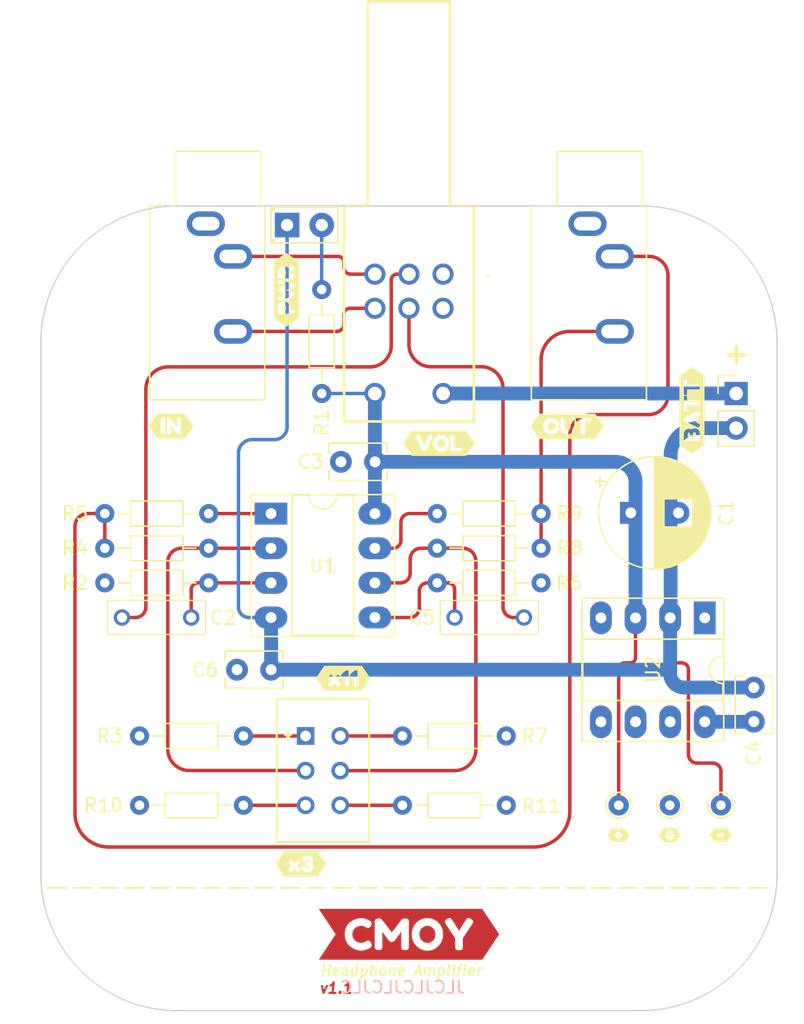
<source format=kicad_pcb>
(kicad_pcb (version 20240108) (generator "pcbnew") (generator_version "8.0")
  (layers (0 "F.Cu" signal) (1 "In1.Cu" signal) (2 "In2.Cu" signal) (31 "B.Cu" signal) (34 "B.Paste" user) (35 "F.Paste" user) (36 "B.SilkS" user "B.Silkscreen") (37 "F.SilkS" user "F.Silkscreen") (38 "B.Mask" user) (39 "F.Mask" user) (44 "Edge.Cuts" user))
  (net 0 "")
  (net 1 "+VSW")
  (net 2 "-VSW")
  (net 3 "Net-(U1A-+)")
  (net 4 "Net-(C2-Pad1)")
  (net 5 "Net-(U1B-+)")
  (net 6 "Net-(U2-NOISE_REDUCTION)")
  (net 7 "GND")
  (net 8 "/In_R")
  (net 9 "/In_L")
  (net 10 "/Out_R")
  (net 11 "/Out_L")
  (net 12 "Net-(C5-Pad1)")
  (net 13 "Net-(SW1A-C)")
  (net 18 "Net-(BT1-+)")
  (net 19 "Net-(D1-A)")
  (net 20 "Net-(R5-Pad1)")
  (net 21 "Net-(SW1B-C)")
  (net 22 "Net-(R9-Pad1)")
  (net 23 "Net-(SW1A-A)")
  (net 24 "Net-(SW1B-A)")
  (net 25 "Net-(SW1A-B)")
  (net 26 "Net-(SW1B-B)")
  (footprint "Resistor_THT:R_Axial_DIN0204_L3.6mm_D1.6mm_P7.62mm_Horizontal" (layer "F.Cu") (at 154.072 99.635)
    (property "Reference" "R6" (at 9.68 0.015 0) (layer "F.SilkS"))
    (property "Value" "100K")
    (pad "1" thru_hole circle (at 0 0) (size 1.4 1.4) (drill 0.7) (layers "*.Cu" "*.Mask") (net 5 "Net-(U1B-+)"))
    (pad "2" thru_hole oval (at 7.62 0) (size 1.4 1.4) (drill 0.7) (layers "*.Cu" "*.Mask") (net 7 "GND"))
  )
  (footprint "kibuzzard-6510B696" (layer "F.Cu") (at 134.55 88.15)
    (property "Reference" "kibuzzard-6510B696" (hide yes))
    (property "Value" "G***" (hide yes))
  )
  (footprint "Connector_Audio:Jack_3.5mm_CUI_SJ1-3533NG_Horizontal" (layer "F.Cu") (at 137.1 73.3)
    (property "Reference" "J2" (hide yes))
    (property "Value" "SJ1-3533")
    (pad "R" thru_hole oval (at 2 7.9) (size 2.8 1.8) (drill oval 2 1) (layers "*.Cu" "*.Mask") (net 8 "/In_R"))
    (pad "S" thru_hole oval (at 0 0) (size 2.8 1.8) (drill oval 2 1) (layers "*.Cu" "*.Mask") (net 7 "GND"))
    (pad "T" thru_hole oval (at 2 2.4) (size 2.8 1.8) (drill oval 2 1) (layers "*.Cu" "*.Mask") (net 9 "/In_L"))
  )
  (footprint "Resistor_THT:R_Axial_DIN0204_L3.6mm_D1.6mm_P7.62mm_Horizontal" (layer "F.Cu") (at 137.308 94.555 180)
    (property "Reference" "R5" (at 9.8 0 0) (layer "F.SilkS"))
    (property "Value" "47R")
    (pad "1" thru_hole circle (at 0 0 180) (size 1.4 1.4) (drill 0.7) (layers "*.Cu" "*.Mask") (net 20 "Net-(R5-Pad1)"))
    (pad "2" thru_hole oval (at 7.62 0 180) (size 1.4 1.4) (drill 0.7) (layers "*.Cu" "*.Mask") (net 11 "/Out_L"))
  )
  (footprint "kibuzzard-6524C2C1" (layer "F.Cu") (at 152 125.4)
    (property "Reference" "kibuzzard-6524C2C1" (hide yes))
    (property "Value" "G***" (hide yes))
    (fp_poly (pts (xy 0.765175 0.003175) (xy 0.78546 0.17974) (xy 0.846314 0.332669) (xy 0.947738 0.461962) (xy 1.141016 0.594122) (xy 1.355725 0.638175) (xy 1.570038 0.595313) (xy 1.762125 0.466725) (xy 1.862667 0.339372) (xy 1.922992 0.185914) (xy 1.9431 0.00635) (xy 1.922815 -0.173567) (xy 1.861961 -0.328083) (xy 1.760538 -0.4572) (xy 1.567259 -0.588169) (xy 1.35255 -0.631825) (xy 1.138238 -0.587772) (xy 0.94615 -0.455612) (xy 0.845608 -0.326319) (xy 0.785283 -0.17339) (xy 0.765175 0.003175)) (fill solid) (layer "F.Cu"))
    (fp_poly (pts (xy -4.714875 -1.861608) (xy -5.376333 -1.861608) (xy -6.617406 -1.861608) (xy -5.376333 0) (xy -6.617406 1.861608) (xy -5.376333 1.861608) (xy -4.714875 1.861608) (xy -3.500437 1.861608) (xy -3.500437 1.1938) (xy -3.652044 1.183878) (xy -3.805237 1.154113) (xy -3.961606 1.100931) (xy -4.122737 1.020763) (xy -4.277916 0.916781) (xy -4.416425 0.792163) (xy -4.535091 0.638175) (xy -4.630737 0.446088) (xy -4.693841 0.225822) (xy -4.714875 -0.0127) (xy -4.694237 -0.248841) (xy -4.632325 -0.461962) (xy -4.538266 -0.646113) (xy -4.421187 -0.795338) (xy -4.283472 -0.916384) (xy -4.1275 -1.016) (xy -3.919714 -1.11125) (xy -3.711222 -1.1684) (xy -3.502025 -1.18745) (xy -3.351609 -1.175941) (xy -3.198812 -1.141412) (xy -2.96545 -1.04775) (xy -2.88925 -1.0033) (xy -2.80035 -0.94615) (xy -2.7178 -0.795338) (xy -2.784475 -0.619125) (xy -2.90195 -0.490538) (xy -3.006725 -0.447675) (xy -3.16865 -0.517525) (xy -3.324225 -0.598487) (xy -3.52425 -0.625475) (xy -3.729037 -0.589756) (xy -3.93065 -0.4826) (xy -4.0894 -0.28575) (xy -4.137025 -0.150416) (xy -4.1529 0.001588) (xy -4.137025 0.153591) (xy -4.0894 0.288925) (xy -3.927475 0.48895) (xy -3.729831 0.593725) (xy -3.52425 0.62865) (xy -3.338513 0.60325) (xy -3.2131 0.55245) (xy -3.15595 0.511175) (xy -3.00355 0.447675) (xy -2.901156 0.492125) (xy -2.790825 0.625475) (xy -2.720975 0.803275) (xy -2.763837 0.9144) (xy -2.86385 0.993775) (xy -2.973387 1.06045) (xy -3.1877 1.143) (xy -3.346847 1.1811) (xy -3.500437 1.1938) (xy -3.500437 1.861608) (xy -0.276225 1.861608) (xy -0.276225 1.158875) (xy -0.422275 1.143) (xy -0.504825 1.1049) (xy -0.549275 1.0414) (xy -0.56515 0.8763) (xy -0.56515 -0.187325) (xy -0.662781 -0.059928) (xy -0.796925 0.125413) (xy -0.921544 0.299641) (xy -0.9906 0.3937) (xy -1.04775 0.468313) (xy -1.125537 0.525463) (xy -1.258887 0.561975) (xy -1.389062 0.528638) (xy -1.4732 0.46355) (xy -1.4986 0.428625) (xy -1.593056 0.304403) (xy -1.749425 0.090488) (xy -1.893887 -0.108347) (xy -1.952625 -0.187325) (xy -1.952625 0.88265) (xy -1.957387 0.992188) (xy -1.98755 1.07315) (xy -2.073275 1.137444) (xy -2.2352 1.158875) (xy -2.392362 1.137444) (xy -2.4765 1.07315) (xy -2.506662 0.9906) (xy -2.511425 0.8763) (xy -2.511425 -0.885825) (xy -2.506662 -0.995362) (xy -2.4765 -1.0795) (xy -2.390775 -1.141413) (xy -2.22885 -1.16205) (xy -2.081212 -1.141412) (xy -2.00025 -1.09855) (xy -1.9812 -1.0795) (xy -1.260475 -0.13335) (xy -1.058926 -0.399669) (xy -0.886079 -0.627126) (xy -0.741934 -0.815721) (xy -0.626491 -0.965454) (xy -0.53975 -1.076325) (xy -0.448866 -1.140619) (xy -0.284162 -1.16205) (xy -0.121841 -1.140619) (xy -0.0381 -1.076325) (xy -0.007937 -0.9906) (xy -0.003175 -0.879475) (xy -0.003175 0.88265) (xy -0.033337 1.056481) (xy -0.123825 1.139825) (xy -0.276225 1.158875) (xy -0.276225 1.861608) (xy 1.362075 1.861608) (xy 1.362075 1.20015) (xy 1.129804 1.178322) (xy 0.915591 1.112838) (xy 0.719435 1.003697) (xy 0.541338 0.8509) (xy 0.393402 0.667941) (xy 0.287734 0.468313) (xy 0.224334 0.252016) (xy 0.2032 0.01905) (xy 0.227013 -0.236141) (xy 0.29845 -0.474662) (xy 0.409575 -0.686197) (xy 0.55245 -0.860425) (xy 0.723106 -0.999331) (xy 0.917575 -1.1049) (xy 1.127125 -1.171575) (xy 1.343025 -1.1938) (xy 1.570236 -1.172567) (xy 1.781969 -1.108869) (xy 1.978223 -1.002705) (xy 2.159 -0.854075) (xy 2.310408 -0.673993) (xy 2.418556 -0.473472) (xy 2.483445 -0.252512) (xy 2.505075 -0.011112) (xy 2.484438 0.23118) (xy 2.422525 0.454819) (xy 2.319338 0.659805) (xy 2.174875 0.846138) (xy 2.00025 1.001018) (xy 1.806575 1.111647) (xy 1.59385 1.178024) (xy 1.362075 1.20015) (xy 1.362075 1.861608) (xy 3.673475 1.861608) (xy 3.673475 1.1684) (xy 3.51155 1.14935) (xy 3.425825 1.081088) (xy 3.395663 0.995362) (xy 3.3909 0.88265) (xy 3.3909 0.282575) (xy 2.7051 -0.74295) (xy 2.632075 -0.911225) (xy 2.667 -1.010841) (xy 2.771775 -1.106487) (xy 2.9718 -1.20015) (xy 3.06705 -1.17475) (xy 3.18135 -1.044575) (xy 3.673475 -0.257175) (xy 4.1656 -1.044575) (xy 4.270375 -1.169988) (xy 4.373563 -1.20015) (xy 4.5593 -1.120775) (xy 4.675981 -1.014412) (xy 4.714875 -0.911225) (xy 4.64185 -0.74295) (xy 3.95605 0.282575) (xy 3.95605 0.889) (xy 3.951288 0.998538) (xy 3.921125 1.082675) (xy 3.8354 1.14935) (xy 3.673475 1.1684) (xy 3.673475 1.861608) (xy 4.714875 1.861608) (xy 5.376333 1.861608) (xy 6.617406 0) (xy 5.376333 -1.861608) (xy 4.714875 -1.861608) (xy -4.714875 -1.861608)) (fill solid) (layer "F.Cu"))
  )
  (footprint "Resistor_THT:R_Axial_DIN0204_L3.6mm_D1.6mm_P7.62mm_Horizontal" (layer "F.Cu") (at 145.6 85.75 90)
    (property "Reference" "R1" (at -2.13 0 90) (layer "F.SilkS"))
    (property "Value" "4.7K")
    (pad "1" thru_hole circle (at 0 0 90) (size 1.4 1.4) (drill 0.7) (layers "*.Cu" "*.Mask") (net 1 "+VSW"))
    (pad "2" thru_hole oval (at 7.62 0 90) (size 1.4 1.4) (drill 0.7) (layers "*.Cu" "*.Mask") (net 19 "Net-(D1-A)"))
  )
  (footprint "TestPoint:TestPoint_THTPad_D1.5mm_Drill0.7mm" (layer "F.Cu") (at 167.386 115.94 90)
    (property "Reference" "+" (hide yes))
    (property "Value" "+4.5V")
    (pad "1" thru_hole circle (at 0 0 90) (size 1.5 1.5) (drill 0.7) (layers "*.Cu" "*.Mask") (net 1 "+VSW"))
  )
  (footprint "kibuzzard-6510B680" (layer "F.Cu") (at 163.6 88.15)
    (property "Reference" "kibuzzard-6510B680" (hide yes))
    (property "Value" "G***" (hide yes))
  )
  (footprint "kibuzzard-6510B65E" (layer "F.Cu") (at 143 78.15 90)
    (property "Reference" "kibuzzard-6510B65E" (hide yes))
    (property "Value" "G***" (hide yes))
  )
  (footprint "TestPoint:TestPoint_THTPad_D1.5mm_Drill0.7mm" (layer "F.Cu") (at 171.136 115.94 90)
    (property "Reference" "G" (hide yes))
    (property "Value" "GND")
    (pad "1" thru_hole circle (at 0 0 90) (size 1.5 1.5) (drill 0.7) (layers "*.Cu" "*.Mask") (net 7 "GND"))
  )
  (footprint "Resistor_THT:R_Axial_DIN0204_L3.6mm_D1.6mm_P7.62mm_Horizontal" (layer "F.Cu") (at 137.308 99.635 180)
    (property "Reference" "R2" (at 9.8 0 0) (layer "F.SilkS"))
    (property "Value" "100K")
    (pad "1" thru_hole circle (at 0 0 180) (size 1.4 1.4) (drill 0.7) (layers "*.Cu" "*.Mask") (net 3 "Net-(U1A-+)"))
    (pad "2" thru_hole oval (at 7.62 0 180) (size 1.4 1.4) (drill 0.7) (layers "*.Cu" "*.Mask") (net 7 "GND"))
  )
  (footprint "kibuzzard-6524C34B" (layer "F.Cu") (at 147.17 106.63)
    (property "Reference" "kibuzzard-6524C34B" (hide yes))
    (property "Value" "G***" (hide yes))
  )
  (footprint "LED_THT:LED_D2.0mm_W4.8mm_H2.5mm_FlatTop" (layer "F.Cu") (at 143.06 73.4)
    (property "Reference" "D1" (hide yes))
    (property "Value" "LED_Small")
    (pad "1" thru_hole rect (at 0 0) (size 1.8 1.8) (drill 0.9) (layers "*.Cu" "*.Mask") (net 2 "-VSW"))
    (pad "2" thru_hole circle (at 2.54 0) (size 1.8 1.8) (drill 0.9) (layers "*.Cu" "*.Mask") (net 19 "Net-(D1-A)"))
  )
  (footprint "Resistor_THT:R_Axial_DIN0204_L3.6mm_D1.6mm_P7.62mm_Horizontal" (layer "F.Cu") (at 139.85736 115.94 180)
    (property "Reference" "R10" (at 10.266 0 0) (layer "F.SilkS"))
    (property "Value" "5K")
    (pad "1" thru_hole circle (at 0 0 180) (size 1.4 1.4) (drill 0.7) (layers "*.Cu" "*.Mask") (net 13 "Net-(SW1A-C)"))
    (pad "2" thru_hole oval (at 7.62 0 180) (size 1.4 1.4) (drill 0.7) (layers "*.Cu" "*.Mask") (net 7 "GND"))
  )
  (footprint "TestPoint:TestPoint_THTPad_D1.5mm_Drill0.7mm" (layer "F.Cu") (at 174.886 115.94 90)
    (property "Reference" "-" (hide yes))
    (property "Value" "-4.5V")
    (pad "1" thru_hole circle (at 0 0 90) (size 1.5 1.5) (drill 0.7) (layers "*.Cu" "*.Mask") (net 2 "-VSW"))
  )
  (footprint "Package_DIP:DIP-8_W7.62mm_Socket_LongPads" (layer "F.Cu") (at 141.88 94.555)
    (property "Reference" "U1" (at 3.81 3.8 0) (layer "F.SilkS"))
    (property "Value" "OPA2132PA")
    (pad "1" thru_hole rect (at 0 0) (size 2.4 1.6) (drill 0.8) (layers "*.Cu" "*.Mask") (net 20 "Net-(R5-Pad1)"))
    (pad "2" thru_hole oval (at 0 2.54) (size 2.4 1.6) (drill 0.8) (layers "*.Cu" "*.Mask") (net 25 "Net-(SW1A-B)"))
    (pad "3" thru_hole oval (at 0 5.08) (size 2.4 1.6) (drill 0.8) (layers "*.Cu" "*.Mask") (net 3 "Net-(U1A-+)"))
    (pad "4" thru_hole oval (at 0 7.62) (size 2.4 1.6) (drill 0.8) (layers "*.Cu" "*.Mask") (net 2 "-VSW"))
    (pad "5" thru_hole oval (at 7.62 7.62) (size 2.4 1.6) (drill 0.8) (layers "*.Cu" "*.Mask") (net 5 "Net-(U1B-+)"))
    (pad "6" thru_hole oval (at 7.62 5.08) (size 2.4 1.6) (drill 0.8) (layers "*.Cu" "*.Mask") (net 26 "Net-(SW1B-B)"))
    (pad "7" thru_hole oval (at 7.62 2.54) (size 2.4 1.6) (drill 0.8) (layers "*.Cu" "*.Mask") (net 22 "Net-(R9-Pad1)"))
    (pad "8" thru_hole oval (at 7.62 0) (size 2.4 1.6) (drill 0.8) (layers "*.Cu" "*.Mask") (net 1 "+VSW"))
  )
  (footprint "Resistor_THT:R_Axial_DIN0204_L3.6mm_D1.6mm_P7.62mm_Horizontal" (layer "F.Cu") (at 154.072 94.555)
    (property "Reference" "R9" (at 9.71 -0.01 0) (layer "F.SilkS"))
    (property "Value" "47R")
    (pad "1" thru_hole circle (at 0 0) (size 1.4 1.4) (drill 0.7) (layers "*.Cu" "*.Mask") (net 22 "Net-(R9-Pad1)"))
    (pad "2" thru_hole oval (at 7.62 0) (size 1.4 1.4) (drill 0.7) (layers "*.Cu" "*.Mask") (net 10 "/Out_R"))
  )
  (footprint "Capacitor_THT:C_Rect_L4.0mm_W2.5mm_P2.50mm" (layer "F.Cu") (at 141.889 106 180)
    (property "Reference" "C6" (at 4.829 0 0) (layer "F.SilkS"))
    (property "Value" "10nF")
    (pad "1" thru_hole circle (at 0 0 180) (size 1.6 1.6) (drill 0.8) (layers "*.Cu" "*.Mask") (net 2 "-VSW"))
    (pad "2" thru_hole circle (at 2.5 0 180) (size 1.6 1.6) (drill 0.8) (layers "*.Cu" "*.Mask") (net 7 "GND"))
  )
  (footprint "kibuzzard-6510B935" (layer "F.Cu") (at 172.76 86.99 90)
    (property "Reference" "kibuzzard-6510B935" (hide yes))
    (property "Value" "G***" (hide yes))
  )
  (footprint "kibuzzard-6524AA66" (layer "F.Cu") (at 171.125 118.13)
    (property "Reference" "kibuzzard-6524AA66" (hide yes))
    (property "Value" "G***" (hide yes))
  )
  (footprint "Resistor_THT:R_Axial_DIN0204_L3.6mm_D1.6mm_P7.62mm_Horizontal" (layer "F.Cu") (at 139.85736 110.86 180)
    (property "Reference" "R3" (at 9.8 0 0) (layer "F.SilkS"))
    (property "Value" "1K")
    (pad "1" thru_hole circle (at 0 0 180) (size 1.4 1.4) (drill 0.7) (layers "*.Cu" "*.Mask") (net 23 "Net-(SW1A-A)"))
    (pad "2" thru_hole oval (at 7.62 0 180) (size 1.4 1.4) (drill 0.7) (layers "*.Cu" "*.Mask") (net 7 "GND"))
  )
  (footprint "Resistor_THT:R_Axial_DIN0204_L3.6mm_D1.6mm_P7.62mm_Horizontal" (layer "F.Cu") (at 151.521 110.86)
    (property "Reference" "R7" (at 9.702 0 0) (layer "F.SilkS"))
    (property "Value" "1K")
    (pad "1" thru_hole circle (at 0 0) (size 1.4 1.4) (drill 0.7) (layers "*.Cu" "*.Mask") (net 24 "Net-(SW1B-A)"))
    (pad "2" thru_hole oval (at 7.62 0) (size 1.4 1.4) (drill 0.7) (layers "*.Cu" "*.Mask") (net 7 "GND"))
  )
  (footprint "kibuzzard-6510B7DC" (layer "F.Cu") (at 154.2 89.4)
    (property "Reference" "kibuzzard-6510B7DC" (hide yes))
    (property "Value" "G***" (hide yes))
  )
  (footprint "Capacitor_THT:C_Rect_L4.0mm_W2.5mm_P2.50mm" (layer "F.Cu") (at 177.3 109.81 90)
    (property "Reference" "C4" (at -2.306 0 90) (layer "F.SilkS"))
    (property "Value" "1uF")
    (pad "1" thru_hole circle (at 0 0 90) (size 1.6 1.6) (drill 0.8) (layers "*.Cu" "*.Mask") (net 6 "Net-(U2-NOISE_REDUCTION)"))
    (pad "2" thru_hole circle (at 2.5 0 90) (size 1.6 1.6) (drill 0.8) (layers "*.Cu" "*.Mask") (net 2 "-VSW"))
  )
  (footprint "kibuzzard-6524AA5F" (layer "F.Cu") (at 167.375 118.13)
    (property "Reference" "kibuzzard-6524AA5F" (hide yes))
    (property "Value" "G***" (hide yes))
  )
  (footprint "Resistor_THT:R_Axial_DIN0204_L3.6mm_D1.6mm_P7.62mm_Horizontal" (layer "F.Cu") (at 151.521 115.94)
    (property "Reference" "R11" (at 10.188 0.05 0) (layer "F.SilkS"))
    (property "Value" "5K")
    (pad "1" thru_hole circle (at 0 0) (size 1.4 1.4) (drill 0.7) (layers "*.Cu" "*.Mask") (net 21 "Net-(SW1B-C)"))
    (pad "2" thru_hole oval (at 7.62 0) (size 1.4 1.4) (drill 0.7) (layers "*.Cu" "*.Mask") (net 7 "GND"))
  )
  (footprint "Capacitor_THT:CP_Radial_D8.0mm_P3.50mm" (layer "F.Cu") (at 168.273349 94.5)
    (property "Reference" "C1" (at 7.002651 0 90) (layer "F.SilkS"))
    (property "Value" "220uF")
    (pad "1" thru_hole rect (at 0 0) (size 1.6 1.6) (drill 0.8) (layers "*.Cu" "*.Mask") (net 1 "+VSW"))
    (pad "2" thru_hole circle (at 3.5 0) (size 1.6 1.6) (drill 0.8) (layers "*.Cu" "*.Mask") (net 2 "-VSW"))
  )
  (footprint "Resistor_THT:R_Axial_DIN0204_L3.6mm_D1.6mm_P7.62mm_Horizontal" (layer "F.Cu") (at 137.308 97.095 180)
    (property "Reference" "R4" (at 9.8 0 0) (layer "F.SilkS"))
    (property "Value" "10K")
    (pad "1" thru_hole circle (at 0 0 180) (size 1.4 1.4) (drill 0.7) (layers "*.Cu" "*.Mask") (net 25 "Net-(SW1A-B)"))
    (pad "2" thru_hole oval (at 7.62 0 180) (size 1.4 1.4) (drill 0.7) (layers "*.Cu" "*.Mask") (net 11 "/Out_L"))
  )
  (footprint "Resistor_THT:R_Axial_DIN0204_L3.6mm_D1.6mm_P7.62mm_Horizontal" (layer "F.Cu") (at 154.072 97.095)
    (property "Reference" "R8" (at 9.71 -0.01 0) (layer "F.SilkS"))
    (property "Value" "10K")
    (pad "1" thru_hole circle (at 0 0) (size 1.4 1.4) (drill 0.7) (layers "*.Cu" "*.Mask") (net 26 "Net-(SW1B-B)"))
    (pad "2" thru_hole oval (at 7.62 0) (size 1.4 1.4) (drill 0.7) (layers "*.Cu" "*.Mask") (net 10 "/Out_R"))
  )
  (footprint "Package_DIP:DIP-8_W7.62mm_Socket_LongPads" (layer "F.Cu") (at 173.7 102.2 -90)
    (property "Reference" "U2" (at 3.8 3.8 90) (layer "F.SilkS"))
    (property "Value" "TLE2426xD")
    (pad "1" thru_hole rect (at 0 0 270) (size 2.4 1.6) (drill 0.8) (layers "*.Cu" "*.Mask") (net 7 "GND"))
    (pad "2" thru_hole oval (at 0 2.54 270) (size 2.4 1.6) (drill 0.8) (layers "*.Cu" "*.Mask") (net 2 "-VSW"))
    (pad "3" thru_hole oval (at 0 5.08 270) (size 2.4 1.6) (drill 0.8) (layers "*.Cu" "*.Mask") (net 1 "+VSW"))
    (pad "4" thru_hole oval (at 0 7.62 270) (size 2.4 1.6) (drill 0.8) (layers "*.Cu" "*.Mask"))
    (pad "5" thru_hole oval (at 7.62 7.62 270) (size 2.4 1.6) (drill 0.8) (layers "*.Cu" "*.Mask"))
    (pad "6" thru_hole oval (at 7.62 5.08 270) (size 2.4 1.6) (drill 0.8) (layers "*.Cu" "*.Mask"))
    (pad "7" thru_hole oval (at 7.62 2.54 270) (size 2.4 1.6) (drill 0.8) (layers "*.Cu" "*.Mask"))
    (pad "8" thru_hole oval (at 7.62 0 270) (size 2.4 1.6) (drill 0.8) (layers "*.Cu" "*.Mask") (net 6 "Net-(U2-NOISE_REDUCTION)"))
  )
  (footprint "Connector_PinHeader_2.54mm:PinHeader_1x02_P2.54mm_Vertical" (layer "F.Cu") (at 176 85.75)
    (property "Reference" "BT1" (hide yes))
    (property "Value" "9V")
    (pad "1" thru_hole rect (at 0 0) (size 1.7 1.7) (drill 1) (layers "*.Cu" "*.Mask") (net 18 "Net-(BT1-+)"))
    (pad "2" thru_hole oval (at 0 2.54) (size 1.7 1.7) (drill 1) (layers "*.Cu" "*.Mask") (net 2 "-VSW"))
  )
  (footprint "CMOY:SS22SDP2_NKK" (layer "F.Cu") (at 144.4198 110.86)
    (property "Reference" "SW1" (hide yes))
    (property "Value" "SS22SDP2")
    (fp_text user "*" (at -1.3 0.3 0) (layer "F.SilkS"))
    (pad "1" thru_hole rect (at 0 0) (size 1.2954 1.2954) (drill 0.7874) (layers "*.Cu" "*.Mask") (net 23 "Net-(SW1A-A)"))
    (pad "2" thru_hole circle (at 0 2.54) (size 1.2954 1.2954) (drill 0.7874) (layers "*.Cu" "*.Mask") (net 25 "Net-(SW1A-B)"))
    (pad "3" thru_hole circle (at 0 5.08) (size 1.2954 1.2954) (drill 0.7874) (layers "*.Cu" "*.Mask") (net 13 "Net-(SW1A-C)"))
    (pad "4" thru_hole circle (at 2.54 0) (size 1.2954 1.2954) (drill 0.7874) (layers "*.Cu" "*.Mask") (net 24 "Net-(SW1B-A)"))
    (pad "5" thru_hole circle (at 2.54 2.54) (size 1.2954 1.2954) (drill 0.7874) (layers "*.Cu" "*.Mask") (net 26 "Net-(SW1B-B)"))
    (pad "6" thru_hole circle (at 2.54 5.08) (size 1.2954 1.2954) (drill 0.7874) (layers "*.Cu" "*.Mask") (net 21 "Net-(SW1B-C)"))
  )
  (footprint "CMOY:BFC237022104" (layer "F.Cu") (at 160.432 102.175 180)
    (property "Reference" "C5" (at 7.473 0 0) (layer "F.SilkS"))
    (property "Value" "0.1uF" (hide yes))
    (pad "1" thru_hole circle (at 0 0 180) (size 1.2 1.2) (drill 0.75) (layers "*.Cu" "*.Mask") (net 12 "Net-(C5-Pad1)"))
    (pad "2" thru_hole circle (at 5.08 0 180) (size 1.2 1.2) (drill 0.75) (layers "*.Cu" "*.Mask") (net 5 "Net-(U1B-+)"))
  )
  (footprint "Capacitor_THT:C_Rect_L4.0mm_W2.5mm_P2.50mm" (layer "F.Cu") (at 149.509 90.76 180)
    (property "Reference" "C3" (at 4.71 0 0) (layer "F.SilkS"))
    (property "Value" "10nF")
    (pad "1" thru_hole circle (at 0 0 180) (size 1.6 1.6) (drill 0.8) (layers "*.Cu" "*.Mask") (net 1 "+VSW"))
    (pad "2" thru_hole circle (at 2.5 0 180) (size 1.6 1.6) (drill 0.8) (layers "*.Cu" "*.Mask") (net 7 "GND"))
  )
  (footprint "kibuzzard-6524AA99" (layer "F.Cu") (at 174.875 118.12)
    (property "Reference" "kibuzzard-6524AA99" (hide yes))
    (property "Value" "G***" (hide yes))
  )
  (footprint "Connector_Audio:Jack_3.5mm_CUI_SJ1-3533NG_Horizontal" (layer "F.Cu") (at 165.1 73.3)
    (property "Reference" "J2" (hide yes))
    (property "Value" "SJ1-3533")
    (pad "R" thru_hole oval (at 2 7.9) (size 2.8 1.8) (drill oval 2 1) (layers "*.Cu" "*.Mask") (net 10 "/Out_R"))
    (pad "S" thru_hole oval (at 0 0) (size 2.8 1.8) (drill oval 2 1) (layers "*.Cu" "*.Mask") (net 7 "GND"))
    (pad "T" thru_hole oval (at 2 2.4) (size 2.8 1.8) (drill oval 2 1) (layers "*.Cu" "*.Mask") (net 11 "/Out_L"))
  )
  (footprint "CMOY:BFC237022104" (layer "F.Cu") (at 130.948 102.175)
    (property "Reference" "C2" (at 7.411 0.025 0) (layer "F.SilkS"))
    (property "Value" "0.1uF" (hide yes))
    (pad "1" thru_hole circle (at 0 0) (size 1.2 1.2) (drill 0.75) (layers "*.Cu" "*.Mask") (net 4 "Net-(C2-Pad1)"))
    (pad "2" thru_hole circle (at 5.08 0) (size 1.2 1.2) (drill 0.75) (layers "*.Cu" "*.Mask") (net 3 "Net-(U1A-+)"))
  )
  (footprint "kibuzzard-6524C337" (layer "F.Cu") (at 144.08 120.24)
    (property "Reference" "kibuzzard-6524C337" (hide yes))
    (property "Value" "G***" (hide yes))
  )
  (footprint "CMOY:RK0971221Z05" (layer "F.Cu") (at 152 72 90)
    (property "Reference" "RV1" (hide yes))
    (property "Value" "RK0971221Z05" (hide yes))
    (pad "1" thru_hole circle (at -5 2.5 90) (size 1.55 1.55) (drill 1) (layers "*.Cu" "*.Mask") (net 7 "GND"))
    (pad "2" thru_hole circle (at -5 0 90) (size 1.55 1.55) (drill 1) (layers "*.Cu" "*.Mask") (net 4 "Net-(C2-Pad1)"))
    (pad "3" thru_hole circle (at -5 -2.5 90) (size 1.55 1.55) (drill 1) (layers "*.Cu" "*.Mask") (net 9 "/In_L"))
    (pad "4" thru_hole circle (at -7.5 2.5 90) (size 1.55 1.55) (drill 1) (layers "*.Cu" "*.Mask") (net 7 "GND"))
    (pad "5" thru_hole circle (at -7.5 0 90) (size 1.55 1.55) (drill 1) (layers "*.Cu" "*.Mask") (net 12 "Net-(C5-Pad1)"))
    (pad "6" thru_hole circle (at -7.5 -2.5 90) (size 1.55 1.55) (drill 1) (layers "*.Cu" "*.Mask") (net 8 "/In_R"))
    (pad "7" thru_hole circle (at -13.75 2.5 90) (size 1.55 1.55) (drill 1) (layers "*.Cu" "*.Mask") (net 18 "Net-(BT1-+)"))
    (pad "8" thru_hole circle (at -13.75 -2.5 90) (size 1.55 1.55) (drill 1) (layers "*.Cu" "*.Mask") (net 1 "+VSW"))
  )
  (footprint "kibuzzard-6524AA5F" (layer "F.Cu") (at 174.875 118.12)
    (property "Reference" "kibuzzard-6524AA5F" (hide yes))
    (property "Value" "G***" (hide yes))
  )
  (gr_line (start 125.44 122) (end 178.62 122) (stroke (width 0.127) (type dash)) (layer "F.SilkS"))
  (gr_line (start 174.675 118.26) (end 175.075 118.26) (stroke (width 0.1)) (layer "F.SilkS"))
  (gr_line (start 174.685 117.98) (end 175.085 117.98) (stroke (width 0.1)) (layer "F.SilkS"))
  (gr_arc (start 179 121) (mid 176.071068 128.071068) (end 169 131) (stroke (width 0.1)) (layer "Edge.Cuts"))
  (gr_line (start 125 121) (end 125 82) (stroke (width 0.1)) (layer "Edge.Cuts"))
  (gr_arc (start 169 72) (mid 176.071067 74.928932) (end 179 82) (stroke (width 0.1)) (layer "Edge.Cuts"))
  (gr_line (start 179 82) (end 179 121) (stroke (width 0.1)) (layer "Edge.Cuts"))
  (gr_line (start 135 72) (end 169 72) (stroke (width 0.1)) (layer "Edge.Cuts"))
  (gr_arc (start 125 82) (mid 127.928932 74.928932) (end 135 72) (stroke (width 0.1)) (layer "Edge.Cuts"))
  (gr_arc (start 135 131) (mid 127.928932 128.071068) (end 125 121) (stroke (width 0.1)) (layer "Edge.Cuts"))
  (gr_line (start 169 131) (end 135 131) (stroke (width 0.1)) (layer "Edge.Cuts"))
  (gr_text "v1.1" (at 145.35 129.8 0) (layer "F.Cu") (effects (font (size 0.762 0.762) (thickness 0.1524) (bold yes) (italic yes)) (justify left bottom)))
  (gr_text "JLCJLCJLCJLC" (at 156.2 129.8 0) (layer "B.SilkS") (effects (font (size 0.889 0.889) (thickness 0.127)) (justify left bottom mirror)))
  (gr_text "Headphone Amplifier" (at 145.4 128.5 0) (layer "F.SilkS") (effects (font (size 0.762 0.762) (thickness 0.1524) (bold yes) (italic yes)) (justify left bottom)))
  (gr_text "+" (at 176.01 82.8 0) (layer "F.SilkS") (effects (font (size 1.5 1.5) (thickness 0.3) (bold yes))))
  (segment (start 168.62 105.112022) (end 168.62 102.2) (width 0.254) (layer "F.Cu") (net 1))
  (segment (start 168.232022 105.5) (end 167.822415 105.5) (width 0.254) (layer "F.Cu") (net 1))
  (segment (start 167.386 105.936415) (end 167.386 115.94) (width 0.254) (layer "F.Cu") (net 1))
  (arc (start 168.62 105.112022) (mid 168.506364 105.386364) (end 168.232022 105.5) (width 0.254) (layer "F.Cu") (net 1))
  (arc (start 167.386 105.936415) (mid 167.513823 105.627823) (end 167.822415 105.5) (width 0.254) (layer "F.Cu") (net 1))
  (segment (start 149.5 91.4855) (end 149.5 94.555) (width 1.016) (layer "B.Cu") (net 1))
  (segment (start 167.138248 90.76) (end 149.515363 90.76) (width 1.016) (layer "B.Cu") (net 1))
  (segment (start 168.62 92.241752) (end 168.62 102.2) (width 1.016) (layer "B.Cu") (net 1))
  (segment (start 149.5 85.75) (end 145.6 85.75) (width 0.254) (layer "B.Cu") (net 1))
  (segment (start 149.5 91.4855) (end 149.5 85.75) (width 1.016) (layer "B.Cu") (net 1))
  (segment (start 149.5 91.4855) (end 149.5 90.775363) (width 1.016) (layer "B.Cu") (net 1))
  (arc (start 149.5045 90.7645) (mid 149.509484 90.761169) (end 149.515363 90.76) (width 1.016) (layer "B.Cu") (net 1))
  (arc (start 167.138248 90.76) (mid 168.186005 91.193995) (end 168.62 92.241752) (width 1.016) (layer "B.Cu") (net 1))
  (arc (start 149.5045 90.7645) (mid 149.501169 90.769484) (end 149.5 90.775363) (width 1.016) (layer "B.Cu") (net 1))
  (segment (start 171.16 105.056608) (end 171.16 102.2) (width 0.254) (layer "F.Cu") (net 2))
  (segment (start 174.886 113.466828) (end 174.886 115.94) (width 0.254) (layer "F.Cu") (net 2))
  (segment (start 172.014922 105.5) (end 171.603392 105.5) (width 0.254) (layer "F.Cu") (net 2))
  (segment (start 174.89 113.46) (end 174.888 113.462) (width 0.254) (layer "F.Cu") (net 2))
  (segment (start 172.504 112.211897) (end 172.502 112.209897) (width 0.254) (layer "F.Cu") (net 2))
  (segment (start 174.279744 112.849744) (end 173.141847 112.849744) (width 0.254) (layer "F.Cu") (net 2))
  (segment (start 172.5 112.205068) (end 172.5 105.985078) (width 0.254) (layer "F.Cu") (net 2))
  (arc (start 172.014922 105.5) (mid 172.357917 105.642083) (end 172.5 105.985078) (width 0.254) (layer "F.Cu") (net 2))
  (arc (start 173.141847 112.849744) (mid 172.690821 112.662923) (end 172.504 112.211897) (width 0.254) (layer "F.Cu") (net 2))
  (arc (start 172.5 112.205068) (mid 172.500519 112.207681) (end 172.502 112.209897) (width 0.254) (layer "F.Cu") (net 2))
  (arc (start 174.886 113.466828) (mid 174.886519 113.464215) (end 174.888 113.462) (width 0.254) (layer "F.Cu") (net 2))
  (arc (start 171.603392 105.5) (mid 171.289867 105.370133) (end 171.16 105.056608) (width 0.254) (layer "F.Cu") (net 2))
  (arc (start 174.279744 112.849744) (mid 174.71126 113.028484) (end 174.89 113.46) (width 0.254) (layer "F.Cu") (net 2))
  (segment (start 141.889 102.190363) (end 141.889 106) (width 1.016) (layer "B.Cu") (net 2))
  (segment (start 143.06 88.20183) (end 143.06 73.4) (width 0.254) (layer "B.Cu") (net 2))
  (segment (start 141.873636 102.175) (end 140.269352 102.175) (width 0.254) (layer "B.Cu") (net 2))
  (segment (start 142.13183 89.13) (end 140.50609 89.13) (width 0.254) (layer "B.Cu") (net 2))
  (segment (start 171.196 102.138544) (end 171.196 90.289998) (width 1.016) (layer "B.Cu") (net 2))
  (segment (start 141.889 106) (end 171.070772 106) (width 1.016) (layer "B.Cu") (net 2))
  (segment (start 171.159999 106.089227) (end 171.159994 106.280848) (width 1.016) (layer "B.Cu") (net 2))
  (segment (start 173.195998 88.29) (end 176 88.29) (width 1.016) (layer "B.Cu") (net 2))
  (segment (start 172.18912 107.31) (end 177.29 107.31) (width 1.016) (layer "B.Cu") (net 2))
  (segment (start 171.16 106.015308) (end 171.159999 106.089227) (width 1.016) (layer "B.Cu") (net 2))
  (segment (start 139.49 101.395648) (end 139.49 90.14609) (width 0.254) (layer "B.Cu") (net 2))
  (segment (start 171.16 106.015308) (end 171.16 102.2) (width 1.016) (layer "B.Cu") (net 2))
  (arc (start 171.196 102.138544) (mid 171.191321 102.162062) (end 171.178 102.182) (width 1.016) (layer "B.Cu") (net 2))
  (arc (start 141.8845 102.1795) (mid 141.88783 102.184484) (end 141.889 102.190363) (width 1.016) (layer "B.Cu") (net 2))
  (arc (start 140.50609 89.13) (mid 139.787606 89.427606) (end 139.49 90.14609) (width 0.254) (layer "B.Cu") (net 2))
  (arc (start 141.8845 102.1795) (mid 141.879515 102.176169) (end 141.873636 102.175) (width 1.016) (layer "B.Cu") (net 2))
  (arc (start 171.133866 106.026134) (mid 171.104918 106.006792) (end 171.070772 106) (width 1.016) (layer "B.Cu") (net 2))
  (arc (start 171.159999 106.089227) (mid 171.153207 106.055081) (end 171.133866 106.026134) (width 1.016) (layer "B.Cu") (net 2))
  (arc (start 171.178 102.182) (mid 171.164678 102.201937) (end 171.16 102.225455) (width 1.016) (layer "B.Cu") (net 2))
  (arc (start 140.269352 102.175) (mid 139.718267 101.946733) (end 139.49 101.395648) (width 0.254) (layer "B.Cu") (net 2))
  (arc (start 173.195998 88.29) (mid 171.781785 88.875785) (end 171.196 90.289998) (width 1.016) (layer "B.Cu") (net 2))
  (arc (start 171.133866 106.026134) (mid 171.150549 106.029452) (end 171.16 106.015308) (width 1.016) (layer "B.Cu") (net 2))
  (arc (start 171.159994 106.280848) (mid 171.461401 107.008577) (end 172.18912 107.31) (width 1.016) (layer "B.Cu") (net 2))
  (arc (start 142.13183 89.13) (mid 142.788145 88.858145) (end 143.06 88.20183) (width 0.254) (layer "B.Cu") (net 2))
  (segment (start 137.948 99.635) (end 141.88 99.635) (width 0.254) (layer "F.Cu") (net 3))
  (segment (start 137.948 99.635) (end 136.532542 99.635) (width 0.254) (layer "F.Cu") (net 3))
  (segment (start 136.028 100.139542) (end 136.028 102.175) (width 0.254) (layer "F.Cu") (net 3))
  (arc (start 136.532542 99.635) (mid 136.175777 99.782777) (end 136.028 100.139542) (width 0.254) (layer "F.Cu") (net 3))
  (segment (start 150.7 77.428902) (end 150.7 82.237094) (width 0.254) (layer "F.Cu") (net 4))
  (segment (start 149.137094 83.8) (end 134.334577 83.8) (width 0.254) (layer "F.Cu") (net 4))
  (segment (start 132.7 101.406605) (end 132.7 85.434577) (width 0.254) (layer "F.Cu") (net 4))
  (segment (start 151.128902 77) (end 152 77) (width 0.254) (layer "F.Cu") (net 4))
  (segment (start 131.931605 102.175) (end 130.948 102.175) (width 0.254) (layer "F.Cu") (net 4))
  (arc (start 132.7 85.434577) (mid 133.178757 84.278757) (end 134.334577 83.8) (width 0.254) (layer "F.Cu") (net 4))
  (arc (start 150.7 82.237094) (mid 150.242235 83.342235) (end 149.137094 83.8) (width 0.254) (layer "F.Cu") (net 4))
  (arc (start 132.7 101.406605) (mid 132.474942 101.949942) (end 131.931605 102.175) (width 0.254) (layer "F.Cu") (net 4))
  (arc (start 150.7 77.428902) (mid 150.825622 77.125622) (end 151.128902 77) (width 0.254) (layer "F.Cu") (net 4))
  (segment (start 152.064548 102.175) (end 149.5 102.175) (width 0.254) (layer "F.Cu") (net 5))
  (segment (start 155.352 100.103983) (end 155.352 102.175) (width 0.254) (layer "F.Cu") (net 5))
  (segment (start 152.76 100.229957) (end 152.76 101.479548) (width 0.254) (layer "F.Cu") (net 5))
  (segment (start 153.354957 99.635) (end 154.072 99.635) (width 0.254) (layer "F.Cu") (net 5))
  (segment (start 154.072 99.635) (end 154.883017 99.635) (width 0.254) (layer "F.Cu") (net 5))
  (arc (start 152.76 100.229957) (mid 152.934259 99.809259) (end 153.354957 99.635) (width 0.254) (layer "F.Cu") (net 5))
  (arc (start 152.76 101.479548) (mid 152.556307 101.971307) (end 152.064548 102.175) (width 0.254) (layer "F.Cu") (net 5))
  (arc (start 154.883017 99.635) (mid 155.214638 99.772362) (end 155.352 100.103983) (width 0.254) (layer "F.Cu") (net 5))
  (segment (start 173.7 109.82) (end 177.3 109.82) (width 1.016) (layer "B.Cu") (net 6))
  (segment (start 146.701176 81.2) (end 139.1 81.2) (width 0.254) (layer "F.Cu") (net 8))
  (segment (start 147.682155 79.5) (end 149.5 79.5) (width 0.254) (layer "F.Cu") (net 8))
  (segment (start 147.22 79.962155) (end 147.22 80.681176) (width 0.254) (layer "F.Cu") (net 8))
  (arc (start 147.22 79.962155) (mid 147.355362 79.635362) (end 147.682155 79.5) (width 0.254) (layer "F.Cu") (net 8))
  (arc (start 146.701176 81.2) (mid 147.06804 81.04804) (end 147.22 80.681176) (width 0.254) (layer "F.Cu") (net 8))
  (segment (start 146.796963 75.7) (end 139.1 75.7) (width 0.254) (layer "F.Cu") (net 9))
  (segment (start 147.725016 77) (end 149.5 77) (width 0.254) (layer "F.Cu") (net 9))
  (segment (start 147.22 76.123037) (end 147.22 76.494984) (width 0.254) (layer "F.Cu") (net 9))
  (arc (start 147.725016 77) (mid 147.367916 76.852084) (end 147.22 76.494984) (width 0.254) (layer "F.Cu") (net 9))
  (arc (start 146.796963 75.7) (mid 147.096095 75.823905) (end 147.22 76.123037) (width 0.254) (layer "F.Cu") (net 9))
  (segment (start 161.692 94.555) (end 161.692 97.095) (width 0.254) (layer "F.Cu") (net 10))
  (segment (start 161.692 83.307475) (end 161.692 94.555) (width 0.254) (layer "F.Cu") (net 10))
  (segment (start 163.799475 81.2) (end 167.1 81.2) (width 0.254) (layer "F.Cu") (net 10))
  (arc (start 163.799475 81.2) (mid 162.309265 81.817265) (end 161.692 83.307475) (width 0.254) (layer "F.Cu") (net 10))
  (segment (start 161.1598 119) (end 129.966966 119) (width 0.254) (layer "F.Cu") (net 11))
  (segment (start 127.5 116.533034) (end 127.5 95.487649) (width 0.254) (layer "F.Cu") (net 11))
  (segment (start 171 77.099929) (end 171 85.857815) (width 0.254) (layer "F.Cu") (net 11))
  (segment (start 129.688 97.095) (end 129.688 94.555) (width 0.254) (layer "F.Cu") (net 11))
  (segment (start 167.1 75.7) (end 169.600071 75.7) (width 0.254) (layer "F.Cu") (net 11))
  (segment (start 128.432649 94.555) (end 129.688 94.555) (width 0.254) (layer "F.Cu") (net 11))
  (segment (start 169.557815 87.3) (end 165.319251 87.3) (width 0.254) (layer "F.Cu") (net 11))
  (segment (start 163.8 88.819251) (end 163.8 116.3598) (width 0.254) (layer "F.Cu") (net 11))
  (arc (start 127.5 95.487649) (mid 127.773167 94.828167) (end 128.432649 94.555) (width 0.254) (layer "F.Cu") (net 11))
  (arc (start 171 85.857815) (mid 170.577594 86.877594) (end 169.557815 87.3) (width 0.254) (layer "F.Cu") (net 11))
  (arc (start 169.600071 75.7) (mid 170.58997 76.11003) (end 171 77.099929) (width 0.254) (layer "F.Cu") (net 11))
  (arc (start 129.966966 119) (mid 128.222558 118.277442) (end 127.5 116.533034) (width 0.254) (layer "F.Cu") (net 11))
  (arc (start 165.319251 87.3) (mid 164.244978 87.744978) (end 163.8 88.819251) (width 0.254) (layer "F.Cu") (net 11))
  (arc (start 163.8 116.3598) (mid 163.026703 118.226703) (end 161.1598 119) (width 0.254) (layer "F.Cu") (net 11))
  (segment (start 158.9 85.381635) (end 158.9 101.409) (width 0.254) (layer "F.Cu") (net 12))
  (segment (start 152 82.167641) (end 152 79.5) (width 0.254) (layer "F.Cu") (net 12))
  (segment (start 159.666 102.175) (end 160.432 102.175) (width 0.254) (layer "F.Cu") (net 12))
  (segment (start 157.308365 83.79) (end 153.622359 83.79) (width 0.254) (layer "F.Cu") (net 12))
  (arc (start 159.666 102.175) (mid 159.124356 101.950643) (end 158.9 101.409) (width 0.254) (layer "F.Cu") (net 12))
  (arc (start 153.622359 83.79) (mid 152.475178 83.314822) (end 152 82.167641) (width 0.254) (layer "F.Cu") (net 12))
  (arc (start 158.9 85.381635) (mid 158.433821 84.256179) (end 157.308365 83.79) (width 0.254) (layer "F.Cu") (net 12))
  (segment (start 139.85736 115.94) (end 144.4198 115.94) (width 0.254) (layer "F.Cu") (net 13))
  (segment (start 154.5 85.75) (end 176 85.75) (width 1.016) (layer "B.Cu") (net 18))
  (segment (start 145.6 78.08) (end 145.6 73.4) (width 0.254) (layer "B.Cu") (net 19))
  (segment (start 137.308 94.555) (end 141.88 94.555) (width 0.254) (layer "F.Cu") (net 20))
  (segment (start 146.9598 115.94) (end 151.521 115.94) (width 0.254) (layer "F.Cu") (net 21))
  (segment (start 151.41 95.196811) (end 151.41 96.516054) (width 0.254) (layer "F.Cu") (net 22))
  (segment (start 150.831054 97.095) (end 149.5 97.095) (width 0.254) (layer "F.Cu") (net 22))
  (segment (start 152.051811 94.555) (end 154.072 94.555) (width 0.254) (layer "F.Cu") (net 22))
  (arc (start 151.41 96.516054) (mid 151.240431 96.925431) (end 150.831054 97.095) (width 0.254) (layer "F.Cu") (net 22))
  (arc (start 151.41 95.196811) (mid 151.597982 94.742982) (end 152.051811 94.555) (width 0.254) (layer "F.Cu") (net 22))
  (segment (start 139.85736 110.86) (end 144.4198 110.86) (width 0.254) (layer "F.Cu") (net 23))
  (segment (start 146.9598 110.86) (end 151.521 110.86) (width 0.254) (layer "F.Cu") (net 24))
  (segment (start 135.881744 113.3904) (end 144.403411 113.3904) (width 0.254) (layer "F.Cu") (net 25))
  (segment (start 134.309 98.093156) (end 134.309 111.817656) (width 0.254) (layer "F.Cu") (net 25))
  (segment (start 137.308 97.095) (end 141.88 97.095) (width 0.254) (layer "F.Cu") (net 25))
  (segment (start 135.307156 97.095) (end 137.308 97.095) (width 0.254) (layer "F.Cu") (net 25))
  (segment (start 144.415 113.3952) (end 144.4198 113.4) (width 0.254) (layer "F.Cu") (net 25))
  (arc (start 134.309 98.093156) (mid 134.601353 97.387353) (end 135.307156 97.095) (width 0.254) (layer "F.Cu") (net 25))
  (arc (start 135.881744 113.3904) (mid 134.769646 112.929754) (end 134.309 111.817656) (width 0.254) (layer "F.Cu") (net 25))
  (arc (start 144.415 113.3952) (mid 144.409683 113.391647) (end 144.403411 113.3904) (width 0.254) (layer "F.Cu") (net 25))
  (segment (start 152.09 97.888643) (end 152.09 98.924838) (width 0.254) (layer "F.Cu") (net 26))
  (segment (start 151.379838 99.635) (end 149.5 99.635) (width 0.254) (layer "F.Cu") (net 26))
  (segment (start 155.348925 113.4) (end 146.9598 113.4) (width 0.254) (layer "F.Cu") (net 26))
  (segment (start 156.909 98.048263) (end 156.909 111.839925) (width 0.254) (layer "F.Cu") (net 26))
  (segment (start 154.072 97.095) (end 155.955737 97.095) (width 0.254) (layer "F.Cu") (net 26))
  (segment (start 154.072 97.095) (end 152.883643 97.095) (width 0.254) (layer "F.Cu") (net 26))
  (arc (start 155.955737 97.095) (mid 156.629796 97.374204) (end 156.909 98.048263) (width 0.254) (layer "F.Cu") (net 26))
  (arc (start 151.379838 99.635) (mid 151.881998 99.426998) (end 152.09 98.924838) (width 0.254) (layer "F.Cu") (net 26))
  (arc (start 152.09 97.888643) (mid 152.322453 97.327453) (end 152.883643 97.095) (width 0.254) (layer "F.Cu") (net 26))
  (arc (start 155.348925 113.4) (mid 156.452065 112.943065) (end 156.909 111.839925) (width 0.254) (layer "F.Cu") (net 26))
)
</source>
